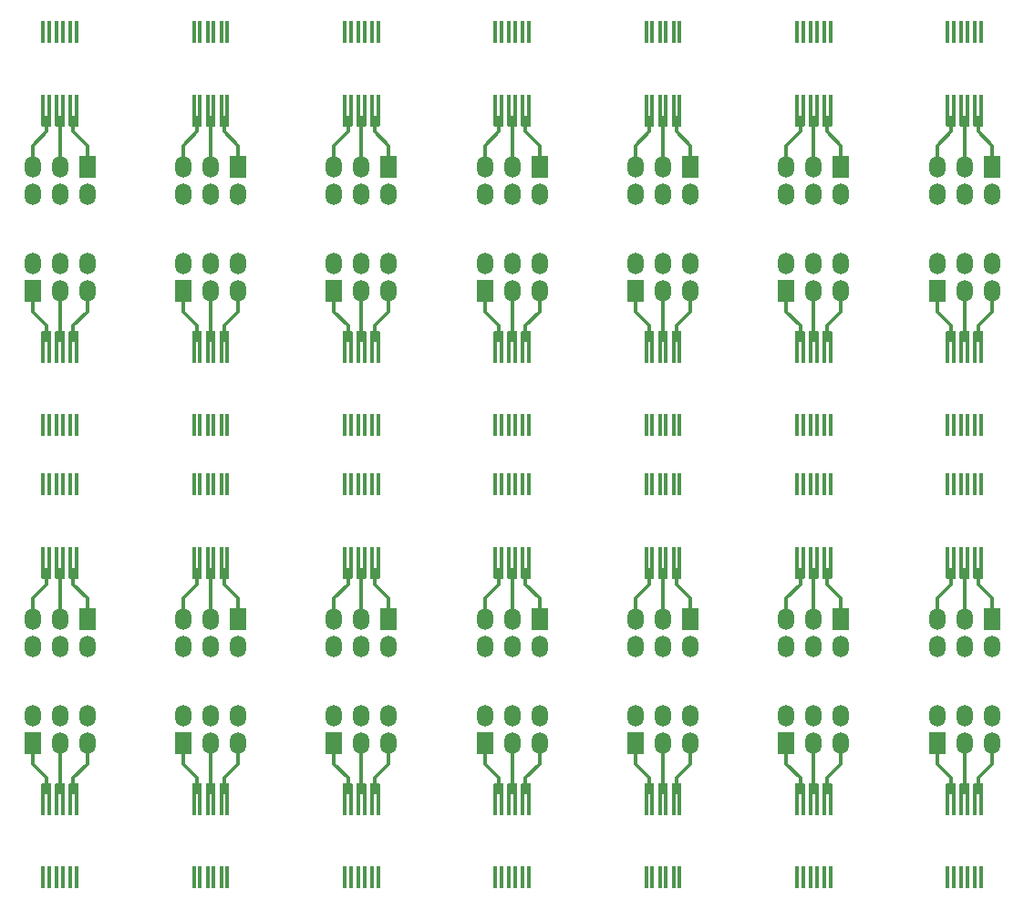
<source format=gtl>
G04 #@! TF.FileFunction,Copper,L1,Top,Signal*
%FSLAX46Y46*%
G04 Gerber Fmt 4.6, Leading zero omitted, Abs format (unit mm)*
G04 Created by KiCad (PCBNEW (2016-04-11 BZR 6687, Git f239aee)-product) date Tue 12 Apr 2016 02:23:05 PM CEST*
%MOMM*%
G01*
G04 APERTURE LIST*
%ADD10C,0.150000*%
%ADD11R,1.500000X2.000000*%
%ADD12O,1.500000X2.000000*%
%ADD13R,0.400000X2.000000*%
%ADD14R,0.400000X3.000000*%
%ADD15R,0.950000X1.000000*%
%ADD16C,0.304800*%
%ADD17C,0.203200*%
G04 APERTURE END LIST*
D10*
D11*
X54960001Y100230002D03*
D12*
X54960001Y102770002D03*
X57500001Y100230002D03*
X57500001Y102770002D03*
X60040001Y100230002D03*
X60040001Y102770002D03*
D13*
X59050001Y87750000D03*
X57780001Y87750000D03*
X57220001Y87750000D03*
X58490001Y87750000D03*
X56510001Y87750000D03*
X55950001Y87750000D03*
D14*
X56510001Y95000000D03*
X55950001Y95000000D03*
D15*
X56230001Y95995800D03*
D14*
X57780001Y95000000D03*
X57220001Y95000000D03*
D15*
X57500001Y95995800D03*
D14*
X58490001Y95000000D03*
X59050001Y95000000D03*
D15*
X58770001Y95995800D03*
D13*
X59050001Y45750000D03*
X57780001Y45750000D03*
X57220001Y45750000D03*
X58490001Y45750000D03*
X56510001Y45750000D03*
X55950001Y45750000D03*
D14*
X56510001Y53000000D03*
X55950001Y53000000D03*
D15*
X56230001Y53995800D03*
D14*
X57780001Y53000000D03*
X57220001Y53000000D03*
D15*
X57500001Y53995800D03*
D14*
X58490001Y53000000D03*
X59050001Y53000000D03*
D15*
X58770001Y53995800D03*
D11*
X54960001Y58230002D03*
D12*
X54960001Y60770002D03*
X57500001Y58230002D03*
X57500001Y60770002D03*
X60040001Y58230002D03*
X60040001Y60770002D03*
D11*
X60040000Y111770000D03*
D12*
X60040000Y109230000D03*
X57500000Y111770000D03*
X57500000Y109230000D03*
X54960000Y111770000D03*
X54960000Y109230000D03*
D13*
X55950000Y124250000D03*
X57220000Y124250000D03*
X57780000Y124250000D03*
X56510000Y124250000D03*
X58490000Y124250000D03*
X59050000Y124250000D03*
D14*
X58490000Y117000000D03*
X59050000Y117000000D03*
D15*
X58770000Y116004200D03*
D14*
X57220000Y117000000D03*
X57780000Y117000000D03*
D15*
X57500000Y116004200D03*
D14*
X56510000Y117000000D03*
X55950000Y117000000D03*
D15*
X56230000Y116004200D03*
D13*
X55950000Y82250000D03*
X57220000Y82250000D03*
X57780000Y82250000D03*
X56510000Y82250000D03*
X58490000Y82250000D03*
X59050000Y82250000D03*
D14*
X58490000Y75000000D03*
X59050000Y75000000D03*
D15*
X58770000Y74004200D03*
D14*
X57220000Y75000000D03*
X57780000Y75000000D03*
D15*
X57500000Y74004200D03*
D14*
X56510000Y75000000D03*
X55950000Y75000000D03*
D15*
X56230000Y74004200D03*
D11*
X60040000Y69770000D03*
D12*
X60040000Y67230000D03*
X57500000Y69770000D03*
X57500000Y67230000D03*
X54960000Y69770000D03*
X54960000Y67230000D03*
D11*
X82960001Y58230002D03*
D12*
X82960001Y60770002D03*
X85500001Y58230002D03*
X85500001Y60770002D03*
X88040001Y58230002D03*
X88040001Y60770002D03*
D11*
X68960001Y58230002D03*
D12*
X68960001Y60770002D03*
X71500001Y58230002D03*
X71500001Y60770002D03*
X74040001Y58230002D03*
X74040001Y60770002D03*
D13*
X87050001Y45750000D03*
X85780001Y45750000D03*
X85220001Y45750000D03*
X86490001Y45750000D03*
X84510001Y45750000D03*
X83950001Y45750000D03*
D14*
X84510001Y53000000D03*
X83950001Y53000000D03*
D15*
X84230001Y53995800D03*
D14*
X85780001Y53000000D03*
X85220001Y53000000D03*
D15*
X85500001Y53995800D03*
D14*
X86490001Y53000000D03*
X87050001Y53000000D03*
D15*
X86770001Y53995800D03*
D13*
X73050001Y45750000D03*
X71780001Y45750000D03*
X71220001Y45750000D03*
X72490001Y45750000D03*
X70510001Y45750000D03*
X69950001Y45750000D03*
D14*
X70510001Y53000000D03*
X69950001Y53000000D03*
D15*
X70230001Y53995800D03*
D14*
X71780001Y53000000D03*
X71220001Y53000000D03*
D15*
X71500001Y53995800D03*
D14*
X72490001Y53000000D03*
X73050001Y53000000D03*
D15*
X72770001Y53995800D03*
D11*
X68960001Y100230002D03*
D12*
X68960001Y102770002D03*
X71500001Y100230002D03*
X71500001Y102770002D03*
X74040001Y100230002D03*
X74040001Y102770002D03*
D11*
X74040000Y111770000D03*
D12*
X74040000Y109230000D03*
X71500000Y111770000D03*
X71500000Y109230000D03*
X68960000Y111770000D03*
X68960000Y109230000D03*
D13*
X83950000Y124250000D03*
X85220000Y124250000D03*
X85780000Y124250000D03*
X84510000Y124250000D03*
X86490000Y124250000D03*
X87050000Y124250000D03*
D14*
X86490000Y117000000D03*
X87050000Y117000000D03*
D15*
X86770000Y116004200D03*
D14*
X85220000Y117000000D03*
X85780000Y117000000D03*
D15*
X85500000Y116004200D03*
D14*
X84510000Y117000000D03*
X83950000Y117000000D03*
D15*
X84230000Y116004200D03*
D11*
X88040000Y111770000D03*
D12*
X88040000Y109230000D03*
X85500000Y111770000D03*
X85500000Y109230000D03*
X82960000Y111770000D03*
X82960000Y109230000D03*
D13*
X69950000Y124250000D03*
X71220000Y124250000D03*
X71780000Y124250000D03*
X70510000Y124250000D03*
X72490000Y124250000D03*
X73050000Y124250000D03*
D14*
X72490000Y117000000D03*
X73050000Y117000000D03*
D15*
X72770000Y116004200D03*
D14*
X71220000Y117000000D03*
X71780000Y117000000D03*
D15*
X71500000Y116004200D03*
D14*
X70510000Y117000000D03*
X69950000Y117000000D03*
D15*
X70230000Y116004200D03*
D11*
X88040000Y69770000D03*
D12*
X88040000Y67230000D03*
X85500000Y69770000D03*
X85500000Y67230000D03*
X82960000Y69770000D03*
X82960000Y67230000D03*
D13*
X69950000Y82250000D03*
X71220000Y82250000D03*
X71780000Y82250000D03*
X70510000Y82250000D03*
X72490000Y82250000D03*
X73050000Y82250000D03*
D14*
X72490000Y75000000D03*
X73050000Y75000000D03*
D15*
X72770000Y74004200D03*
D14*
X71220000Y75000000D03*
X71780000Y75000000D03*
D15*
X71500000Y74004200D03*
D14*
X70510000Y75000000D03*
X69950000Y75000000D03*
D15*
X70230000Y74004200D03*
D13*
X83950000Y82250000D03*
X85220000Y82250000D03*
X85780000Y82250000D03*
X84510000Y82250000D03*
X86490000Y82250000D03*
X87050000Y82250000D03*
D14*
X86490000Y75000000D03*
X87050000Y75000000D03*
D15*
X86770000Y74004200D03*
D14*
X85220000Y75000000D03*
X85780000Y75000000D03*
D15*
X85500000Y74004200D03*
D14*
X84510000Y75000000D03*
X83950000Y75000000D03*
D15*
X84230000Y74004200D03*
D11*
X74040000Y69770000D03*
D12*
X74040000Y67230000D03*
X71500000Y69770000D03*
X71500000Y67230000D03*
X68960000Y69770000D03*
X68960000Y67230000D03*
D11*
X82960001Y100230002D03*
D12*
X82960001Y102770002D03*
X85500001Y100230002D03*
X85500001Y102770002D03*
X88040001Y100230002D03*
X88040001Y102770002D03*
D13*
X87050001Y87750000D03*
X85780001Y87750000D03*
X85220001Y87750000D03*
X86490001Y87750000D03*
X84510001Y87750000D03*
X83950001Y87750000D03*
D14*
X84510001Y95000000D03*
X83950001Y95000000D03*
D15*
X84230001Y95995800D03*
D14*
X85780001Y95000000D03*
X85220001Y95000000D03*
D15*
X85500001Y95995800D03*
D14*
X86490001Y95000000D03*
X87050001Y95000000D03*
D15*
X86770001Y95995800D03*
D13*
X73050001Y87750000D03*
X71780001Y87750000D03*
X71220001Y87750000D03*
X72490001Y87750000D03*
X70510001Y87750000D03*
X69950001Y87750000D03*
D14*
X70510001Y95000000D03*
X69950001Y95000000D03*
D15*
X70230001Y95995800D03*
D14*
X71780001Y95000000D03*
X71220001Y95000000D03*
D15*
X71500001Y95995800D03*
D14*
X72490001Y95000000D03*
X73050001Y95000000D03*
D15*
X72770001Y95995800D03*
D11*
X116040000Y69770000D03*
D12*
X116040000Y67230000D03*
X113500000Y69770000D03*
X113500000Y67230000D03*
X110960000Y69770000D03*
X110960000Y67230000D03*
D13*
X111950000Y82250000D03*
X113220000Y82250000D03*
X113780000Y82250000D03*
X112510000Y82250000D03*
X114490000Y82250000D03*
X115050000Y82250000D03*
D14*
X114490000Y75000000D03*
X115050000Y75000000D03*
D15*
X114770000Y74004200D03*
D14*
X113220000Y75000000D03*
X113780000Y75000000D03*
D15*
X113500000Y74004200D03*
D14*
X112510000Y75000000D03*
X111950000Y75000000D03*
D15*
X112230000Y74004200D03*
D11*
X102040000Y69770000D03*
D12*
X102040000Y67230000D03*
X99500000Y69770000D03*
X99500000Y67230000D03*
X96960000Y69770000D03*
X96960000Y67230000D03*
D11*
X110960001Y58230002D03*
D12*
X110960001Y60770002D03*
X113500001Y58230002D03*
X113500001Y60770002D03*
X116040001Y58230002D03*
X116040001Y60770002D03*
D11*
X96960001Y58230002D03*
D12*
X96960001Y60770002D03*
X99500001Y58230002D03*
X99500001Y60770002D03*
X102040001Y58230002D03*
X102040001Y60770002D03*
D13*
X115050001Y45750000D03*
X113780001Y45750000D03*
X113220001Y45750000D03*
X114490001Y45750000D03*
X112510001Y45750000D03*
X111950001Y45750000D03*
D14*
X112510001Y53000000D03*
X111950001Y53000000D03*
D15*
X112230001Y53995800D03*
D14*
X113780001Y53000000D03*
X113220001Y53000000D03*
D15*
X113500001Y53995800D03*
D14*
X114490001Y53000000D03*
X115050001Y53000000D03*
D15*
X114770001Y53995800D03*
D13*
X101050001Y45750000D03*
X99780001Y45750000D03*
X99220001Y45750000D03*
X100490001Y45750000D03*
X98510001Y45750000D03*
X97950001Y45750000D03*
D14*
X98510001Y53000000D03*
X97950001Y53000000D03*
D15*
X98230001Y53995800D03*
D14*
X99780001Y53000000D03*
X99220001Y53000000D03*
D15*
X99500001Y53995800D03*
D14*
X100490001Y53000000D03*
X101050001Y53000000D03*
D15*
X100770001Y53995800D03*
D13*
X97950000Y82250000D03*
X99220000Y82250000D03*
X99780000Y82250000D03*
X98510000Y82250000D03*
X100490000Y82250000D03*
X101050000Y82250000D03*
D14*
X100490000Y75000000D03*
X101050000Y75000000D03*
D15*
X100770000Y74004200D03*
D14*
X99220000Y75000000D03*
X99780000Y75000000D03*
D15*
X99500000Y74004200D03*
D14*
X98510000Y75000000D03*
X97950000Y75000000D03*
D15*
X98230000Y74004200D03*
D13*
X111950000Y124250000D03*
X113220000Y124250000D03*
X113780000Y124250000D03*
X112510000Y124250000D03*
X114490000Y124250000D03*
X115050000Y124250000D03*
D14*
X114490000Y117000000D03*
X115050000Y117000000D03*
D15*
X114770000Y116004200D03*
D14*
X113220000Y117000000D03*
X113780000Y117000000D03*
D15*
X113500000Y116004200D03*
D14*
X112510000Y117000000D03*
X111950000Y117000000D03*
D15*
X112230000Y116004200D03*
D11*
X116040000Y111770000D03*
D12*
X116040000Y109230000D03*
X113500000Y111770000D03*
X113500000Y109230000D03*
X110960000Y111770000D03*
X110960000Y109230000D03*
D11*
X102040000Y111770000D03*
D12*
X102040000Y109230000D03*
X99500000Y111770000D03*
X99500000Y109230000D03*
X96960000Y111770000D03*
X96960000Y109230000D03*
D13*
X97950000Y124250000D03*
X99220000Y124250000D03*
X99780000Y124250000D03*
X98510000Y124250000D03*
X100490000Y124250000D03*
X101050000Y124250000D03*
D14*
X100490000Y117000000D03*
X101050000Y117000000D03*
D15*
X100770000Y116004200D03*
D14*
X99220000Y117000000D03*
X99780000Y117000000D03*
D15*
X99500000Y116004200D03*
D14*
X98510000Y117000000D03*
X97950000Y117000000D03*
D15*
X98230000Y116004200D03*
D11*
X110960001Y100230002D03*
D12*
X110960001Y102770002D03*
X113500001Y100230002D03*
X113500001Y102770002D03*
X116040001Y100230002D03*
X116040001Y102770002D03*
D13*
X115050001Y87750000D03*
X113780001Y87750000D03*
X113220001Y87750000D03*
X114490001Y87750000D03*
X112510001Y87750000D03*
X111950001Y87750000D03*
D14*
X112510001Y95000000D03*
X111950001Y95000000D03*
D15*
X112230001Y95995800D03*
D14*
X113780001Y95000000D03*
X113220001Y95000000D03*
D15*
X113500001Y95995800D03*
D14*
X114490001Y95000000D03*
X115050001Y95000000D03*
D15*
X114770001Y95995800D03*
D11*
X96960001Y100230002D03*
D12*
X96960001Y102770002D03*
X99500001Y100230002D03*
X99500001Y102770002D03*
X102040001Y100230002D03*
X102040001Y102770002D03*
D13*
X101050001Y87750000D03*
X99780001Y87750000D03*
X99220001Y87750000D03*
X100490001Y87750000D03*
X98510001Y87750000D03*
X97950001Y87750000D03*
D14*
X98510001Y95000000D03*
X97950001Y95000000D03*
D15*
X98230001Y95995800D03*
D14*
X99780001Y95000000D03*
X99220001Y95000000D03*
D15*
X99500001Y95995800D03*
D14*
X100490001Y95000000D03*
X101050001Y95000000D03*
D15*
X100770001Y95995800D03*
D11*
X40960001Y58230002D03*
D12*
X40960001Y60770002D03*
X43500001Y58230002D03*
X43500001Y60770002D03*
X46040001Y58230002D03*
X46040001Y60770002D03*
D13*
X45050001Y45750000D03*
X43780001Y45750000D03*
X43220001Y45750000D03*
X44490001Y45750000D03*
X42510001Y45750000D03*
X41950001Y45750000D03*
D14*
X42510001Y53000000D03*
X41950001Y53000000D03*
D15*
X42230001Y53995800D03*
D14*
X43780001Y53000000D03*
X43220001Y53000000D03*
D15*
X43500001Y53995800D03*
D14*
X44490001Y53000000D03*
X45050001Y53000000D03*
D15*
X44770001Y53995800D03*
D11*
X46040000Y69770000D03*
D12*
X46040000Y67230000D03*
X43500000Y69770000D03*
X43500000Y67230000D03*
X40960000Y69770000D03*
X40960000Y67230000D03*
D13*
X45050001Y87750000D03*
X43780001Y87750000D03*
X43220001Y87750000D03*
X44490001Y87750000D03*
X42510001Y87750000D03*
X41950001Y87750000D03*
D14*
X42510001Y95000000D03*
X41950001Y95000000D03*
D15*
X42230001Y95995800D03*
D14*
X43780001Y95000000D03*
X43220001Y95000000D03*
D15*
X43500001Y95995800D03*
D14*
X44490001Y95000000D03*
X45050001Y95000000D03*
D15*
X44770001Y95995800D03*
D13*
X41950000Y82250000D03*
X43220000Y82250000D03*
X43780000Y82250000D03*
X42510000Y82250000D03*
X44490000Y82250000D03*
X45050000Y82250000D03*
D14*
X44490000Y75000000D03*
X45050000Y75000000D03*
D15*
X44770000Y74004200D03*
D14*
X43220000Y75000000D03*
X43780000Y75000000D03*
D15*
X43500000Y74004200D03*
D14*
X42510000Y75000000D03*
X41950000Y75000000D03*
D15*
X42230000Y74004200D03*
D11*
X40960001Y100230002D03*
D12*
X40960001Y102770002D03*
X43500001Y100230002D03*
X43500001Y102770002D03*
X46040001Y100230002D03*
X46040001Y102770002D03*
D11*
X46040000Y111770000D03*
D12*
X46040000Y109230000D03*
X43500000Y111770000D03*
X43500000Y109230000D03*
X40960000Y111770000D03*
X40960000Y109230000D03*
D13*
X41950000Y124250000D03*
X43220000Y124250000D03*
X43780000Y124250000D03*
X42510000Y124250000D03*
X44490000Y124250000D03*
X45050000Y124250000D03*
D14*
X44490000Y117000000D03*
X45050000Y117000000D03*
D15*
X44770000Y116004200D03*
D14*
X43220000Y117000000D03*
X43780000Y117000000D03*
D15*
X43500000Y116004200D03*
D14*
X42510000Y117000000D03*
X41950000Y117000000D03*
D15*
X42230000Y116004200D03*
D11*
X32040000Y69770000D03*
D12*
X32040000Y67230000D03*
X29500000Y69770000D03*
X29500000Y67230000D03*
X26960000Y69770000D03*
X26960000Y67230000D03*
D13*
X27950000Y82250000D03*
X29220000Y82250000D03*
X29780000Y82250000D03*
X28510000Y82250000D03*
X30490000Y82250000D03*
X31050000Y82250000D03*
D14*
X30490000Y75000000D03*
X31050000Y75000000D03*
D15*
X30770000Y74004200D03*
D14*
X29220000Y75000000D03*
X29780000Y75000000D03*
D15*
X29500000Y74004200D03*
D14*
X28510000Y75000000D03*
X27950000Y75000000D03*
D15*
X28230000Y74004200D03*
D11*
X26960001Y58230002D03*
D12*
X26960001Y60770002D03*
X29500001Y58230002D03*
X29500001Y60770002D03*
X32040001Y58230002D03*
X32040001Y60770002D03*
D13*
X31050001Y45750000D03*
X29780001Y45750000D03*
X29220001Y45750000D03*
X30490001Y45750000D03*
X28510001Y45750000D03*
X27950001Y45750000D03*
D14*
X28510001Y53000000D03*
X27950001Y53000000D03*
D15*
X28230001Y53995800D03*
D14*
X29780001Y53000000D03*
X29220001Y53000000D03*
D15*
X29500001Y53995800D03*
D14*
X30490001Y53000000D03*
X31050001Y53000000D03*
D15*
X30770001Y53995800D03*
D13*
X27950000Y124250000D03*
X29220000Y124250000D03*
X29780000Y124250000D03*
X28510000Y124250000D03*
X30490000Y124250000D03*
X31050000Y124250000D03*
D14*
X30490000Y117000000D03*
X31050000Y117000000D03*
D15*
X30770000Y116004200D03*
D14*
X29220000Y117000000D03*
X29780000Y117000000D03*
D15*
X29500000Y116004200D03*
D14*
X28510000Y117000000D03*
X27950000Y117000000D03*
D15*
X28230000Y116004200D03*
D11*
X32040000Y111770000D03*
D12*
X32040000Y109230000D03*
X29500000Y111770000D03*
X29500000Y109230000D03*
X26960000Y111770000D03*
X26960000Y109230000D03*
D11*
X26960001Y100230002D03*
D12*
X26960001Y102770002D03*
X29500001Y100230002D03*
X29500001Y102770002D03*
X32040001Y100230002D03*
X32040001Y102770002D03*
D13*
X31050001Y87750000D03*
X29780001Y87750000D03*
X29220001Y87750000D03*
X30490001Y87750000D03*
X28510001Y87750000D03*
X27950001Y87750000D03*
D14*
X28510001Y95000000D03*
X27950001Y95000000D03*
D15*
X28230001Y95995800D03*
D14*
X29780001Y95000000D03*
X29220001Y95000000D03*
D15*
X29500001Y95995800D03*
D14*
X30490001Y95000000D03*
X31050001Y95000000D03*
D15*
X30770001Y95995800D03*
D16*
X58490000Y75000000D02*
X58490000Y74284200D01*
X59050000Y74284200D02*
X58770000Y74004200D01*
D17*
X58750000Y73984200D02*
X58770000Y74004200D01*
D16*
X59050000Y75000000D02*
X59050000Y74284200D01*
X58490000Y74284200D02*
X58770000Y74004200D01*
X58750000Y73000000D02*
X58750000Y73984200D01*
X60040000Y71710000D02*
X58750000Y73000000D01*
X60040000Y69770000D02*
X60040000Y71710000D01*
X60040000Y111770000D02*
X60040000Y113710000D01*
X58750000Y115000000D02*
X58750000Y115984200D01*
X60040000Y113710000D02*
X58750000Y115000000D01*
X58490000Y117000000D02*
X58490000Y116284200D01*
X58490000Y116284200D02*
X58770000Y116004200D01*
X59050000Y116284200D02*
X58770000Y116004200D01*
D17*
X58750000Y115984200D02*
X58770000Y116004200D01*
D16*
X59050000Y117000000D02*
X59050000Y116284200D01*
X56510002Y52999999D02*
X56510000Y53715799D01*
D17*
X56250001Y54015801D02*
X56230000Y53995800D01*
D16*
X55949998Y53000001D02*
X55950001Y53715802D01*
X55950001Y53715802D02*
X56230000Y53995800D01*
X56510000Y53715799D02*
X56230000Y53995800D01*
X56249998Y54999999D02*
X56250001Y54015801D01*
X54960000Y58230003D02*
X54960000Y56290000D01*
X54960000Y56290000D02*
X56249998Y54999999D01*
X55949998Y95000001D02*
X55950001Y95715802D01*
X56510000Y95715799D02*
X56230000Y95995800D01*
X56510002Y94999999D02*
X56510000Y95715799D01*
X55950001Y95715802D02*
X56230000Y95995800D01*
D17*
X56250001Y96015801D02*
X56230000Y95995800D01*
D16*
X56249998Y96999999D02*
X56250001Y96015801D01*
X54960000Y98290000D02*
X56249998Y96999999D01*
X54960000Y100230003D02*
X54960000Y98290000D01*
X72750000Y115000000D02*
X72750000Y115984200D01*
X74040000Y113710000D02*
X72750000Y115000000D01*
X74040000Y111770000D02*
X74040000Y113710000D01*
X86490000Y117000000D02*
X86490000Y116284200D01*
X86490000Y116284200D02*
X86770000Y116004200D01*
X87050000Y116284200D02*
X86770000Y116004200D01*
D17*
X86750000Y115984200D02*
X86770000Y116004200D01*
D16*
X87050000Y117000000D02*
X87050000Y116284200D01*
X86750000Y115000000D02*
X86750000Y115984200D01*
X88040000Y113710000D02*
X86750000Y115000000D01*
X88040000Y111770000D02*
X88040000Y113710000D01*
X72490000Y117000000D02*
X72490000Y116284200D01*
X73050000Y117000000D02*
X73050000Y116284200D01*
X73050000Y116284200D02*
X72770000Y116004200D01*
X72490000Y116284200D02*
X72770000Y116004200D01*
D17*
X72750000Y115984200D02*
X72770000Y116004200D01*
D16*
X68960000Y98290000D02*
X70249998Y96999999D01*
X70249998Y96999999D02*
X70250001Y96015801D01*
X68960000Y100230003D02*
X68960000Y98290000D01*
X84510000Y95715799D02*
X84230000Y95995800D01*
X83950001Y95715802D02*
X84230000Y95995800D01*
X83949998Y95000001D02*
X83950001Y95715802D01*
X84510002Y94999999D02*
X84510000Y95715799D01*
X84249998Y96999999D02*
X84250001Y96015801D01*
X82960000Y100230003D02*
X82960000Y98290000D01*
D17*
X84250001Y96015801D02*
X84230000Y95995800D01*
D16*
X82960000Y98290000D02*
X84249998Y96999999D01*
X69950001Y95715802D02*
X70230000Y95995800D01*
X70510000Y95715799D02*
X70230000Y95995800D01*
X69949998Y95000001D02*
X69950001Y95715802D01*
D17*
X70250001Y96015801D02*
X70230000Y95995800D01*
D16*
X70510002Y94999999D02*
X70510000Y95715799D01*
X72750000Y73000000D02*
X72750000Y73984200D01*
X74040000Y71710000D02*
X72750000Y73000000D01*
X74040000Y69770000D02*
X74040000Y71710000D01*
X72490000Y75000000D02*
X72490000Y74284200D01*
X72490000Y74284200D02*
X72770000Y74004200D01*
D17*
X72750000Y73984200D02*
X72770000Y74004200D01*
D16*
X73050000Y74284200D02*
X72770000Y74004200D01*
X73050000Y75000000D02*
X73050000Y74284200D01*
X87050000Y75000000D02*
X87050000Y74284200D01*
X86750000Y73000000D02*
X86750000Y73984200D01*
X88040000Y69770000D02*
X88040000Y71710000D01*
X86490000Y75000000D02*
X86490000Y74284200D01*
X86490000Y74284200D02*
X86770000Y74004200D01*
X87050000Y74284200D02*
X86770000Y74004200D01*
D17*
X86750000Y73984200D02*
X86770000Y74004200D01*
D16*
X88040000Y71710000D02*
X86750000Y73000000D01*
X84510002Y52999999D02*
X84510000Y53715799D01*
D17*
X84250001Y54015801D02*
X84230000Y53995800D01*
D16*
X83950001Y53715802D02*
X84230000Y53995800D01*
X84510000Y53715799D02*
X84230000Y53995800D01*
X83949998Y53000001D02*
X83950001Y53715802D01*
X84249998Y54999999D02*
X84250001Y54015801D01*
X82960000Y56290000D02*
X84249998Y54999999D01*
X82960000Y58230003D02*
X82960000Y56290000D01*
X70249998Y54999999D02*
X70250001Y54015801D01*
X68960000Y58230003D02*
X68960000Y56290000D01*
X68960000Y56290000D02*
X70249998Y54999999D01*
D17*
X70250001Y54015801D02*
X70230000Y53995800D01*
D16*
X69949998Y53000001D02*
X69950001Y53715802D01*
X70510002Y52999999D02*
X70510000Y53715799D01*
X70510000Y53715799D02*
X70230000Y53995800D01*
X69950001Y53715802D02*
X70230000Y53995800D01*
X110960000Y58230003D02*
X110960000Y56290000D01*
X112510002Y52999999D02*
X112510000Y53715799D01*
X112510000Y53715799D02*
X112230000Y53995800D01*
X111949998Y53000001D02*
X111950001Y53715802D01*
X112249998Y54999999D02*
X112250001Y54015801D01*
X110960000Y56290000D02*
X112249998Y54999999D01*
D17*
X112250001Y54015801D02*
X112230000Y53995800D01*
D16*
X111950001Y53715802D02*
X112230000Y53995800D01*
X98249998Y54999999D02*
X98250001Y54015801D01*
X96960000Y56290000D02*
X98249998Y54999999D01*
X96960000Y58230003D02*
X96960000Y56290000D01*
D17*
X98250001Y54015801D02*
X98230000Y53995800D01*
D16*
X97950001Y53715802D02*
X98230000Y53995800D01*
X97949998Y53000001D02*
X97950001Y53715802D01*
X98510002Y52999999D02*
X98510000Y53715799D01*
X98510000Y53715799D02*
X98230000Y53995800D01*
X115050000Y75000000D02*
X115050000Y74284200D01*
X114490000Y75000000D02*
X114490000Y74284200D01*
X114490000Y74284200D02*
X114770000Y74004200D01*
X115050000Y74284200D02*
X114770000Y74004200D01*
D17*
X114750000Y73984200D02*
X114770000Y74004200D01*
D16*
X116040000Y71710000D02*
X114750000Y73000000D01*
X116040000Y69770000D02*
X116040000Y71710000D01*
X114750000Y73000000D02*
X114750000Y73984200D01*
X114490000Y117000000D02*
X114490000Y116284200D01*
X115050000Y117000000D02*
X115050000Y116284200D01*
X114490000Y116284200D02*
X114770000Y116004200D01*
X115050000Y116284200D02*
X114770000Y116004200D01*
D17*
X114750000Y115984200D02*
X114770000Y116004200D01*
D16*
X114750000Y115000000D02*
X114750000Y115984200D01*
X116040000Y113710000D02*
X114750000Y115000000D01*
X116040000Y111770000D02*
X116040000Y113710000D01*
X100750000Y115000000D02*
X100750000Y115984200D01*
X102040000Y113710000D02*
X100750000Y115000000D01*
X102040000Y111770000D02*
X102040000Y113710000D01*
D17*
X100750000Y115984200D02*
X100770000Y116004200D01*
D16*
X100490000Y117000000D02*
X100490000Y116284200D01*
X101050000Y117000000D02*
X101050000Y116284200D01*
X101050000Y116284200D02*
X100770000Y116004200D01*
X100490000Y116284200D02*
X100770000Y116004200D01*
X112510000Y95715799D02*
X112230000Y95995800D01*
X111950001Y95715802D02*
X112230000Y95995800D01*
X111949998Y95000001D02*
X111950001Y95715802D01*
X112510002Y94999999D02*
X112510000Y95715799D01*
D17*
X112250001Y96015801D02*
X112230000Y95995800D01*
D16*
X110960000Y98290000D02*
X112249998Y96999999D01*
X110960000Y100230003D02*
X110960000Y98290000D01*
X112249998Y96999999D02*
X112250001Y96015801D01*
X100490000Y75000000D02*
X100490000Y74284200D01*
X101050000Y74284200D02*
X100770000Y74004200D01*
X101050000Y75000000D02*
X101050000Y74284200D01*
X102040000Y71710000D02*
X100750000Y73000000D01*
X102040000Y69770000D02*
X102040000Y71710000D01*
X100490000Y74284200D02*
X100770000Y74004200D01*
X100750000Y73000000D02*
X100750000Y73984200D01*
D17*
X100750000Y73984200D02*
X100770000Y74004200D01*
D16*
X97950001Y95715802D02*
X98230000Y95995800D01*
X98510000Y95715799D02*
X98230000Y95995800D01*
X98510002Y94999999D02*
X98510000Y95715799D01*
X97949998Y95000001D02*
X97950001Y95715802D01*
D17*
X98250001Y96015801D02*
X98230000Y95995800D01*
D16*
X98249998Y96999999D02*
X98250001Y96015801D01*
X96960000Y100230003D02*
X96960000Y98290000D01*
X96960000Y98290000D02*
X98249998Y96999999D01*
X45050000Y117000000D02*
X45050000Y116284200D01*
X44490000Y117000000D02*
X44490000Y116284200D01*
X45050000Y116284200D02*
X44770000Y116004200D01*
X44490000Y116284200D02*
X44770000Y116004200D01*
X44490000Y75000000D02*
X44490000Y74284200D01*
X45050000Y75000000D02*
X45050000Y74284200D01*
X45050000Y74284200D02*
X44770000Y74004200D01*
D17*
X44750000Y73984200D02*
X44770000Y74004200D01*
D16*
X44490000Y74284200D02*
X44770000Y74004200D01*
X44750000Y73000000D02*
X44750000Y73984200D01*
X46040000Y71710000D02*
X44750000Y73000000D01*
X46040000Y69770000D02*
X46040000Y71710000D01*
X42249998Y54999999D02*
X42250001Y54015801D01*
D17*
X42250001Y54015801D02*
X42230000Y53995800D01*
D16*
X41949998Y53000001D02*
X41950001Y53715802D01*
X42510000Y53715799D02*
X42230000Y53995800D01*
X41950001Y53715802D02*
X42230000Y53995800D01*
X42510002Y52999999D02*
X42510000Y53715799D01*
X40960000Y58230003D02*
X40960000Y56290000D01*
X40960000Y56290000D02*
X42249998Y54999999D01*
X40960000Y100230003D02*
X40960000Y98290000D01*
X42249998Y96999999D02*
X42250001Y96015801D01*
X40960000Y98290000D02*
X42249998Y96999999D01*
X46040000Y113710000D02*
X44750000Y115000000D01*
X44750000Y115000000D02*
X44750000Y115984200D01*
D17*
X44750000Y115984200D02*
X44770000Y116004200D01*
D16*
X46040000Y111770000D02*
X46040000Y113710000D01*
X42510000Y95715799D02*
X42230000Y95995800D01*
X41950001Y95715802D02*
X42230000Y95995800D01*
X42510002Y94999999D02*
X42510000Y95715799D01*
X41949998Y95000001D02*
X41950001Y95715802D01*
D17*
X42250001Y96015801D02*
X42230000Y95995800D01*
D16*
X26960000Y56290000D02*
X28249998Y54999999D01*
X28249998Y54999999D02*
X28250001Y54015801D01*
X26960000Y58230003D02*
X26960000Y56290000D01*
X28510002Y52999999D02*
X28510000Y53715799D01*
X27949998Y53000001D02*
X27950001Y53715802D01*
X27950001Y53715802D02*
X28230000Y53995800D01*
D17*
X28250001Y54015801D02*
X28230000Y53995800D01*
D16*
X28510000Y53715799D02*
X28230000Y53995800D01*
X32040000Y69770000D02*
X32040000Y71710000D01*
X32040000Y71710000D02*
X30750000Y73000000D01*
X31050000Y74284200D02*
X30770000Y74004200D01*
D17*
X30750000Y73984200D02*
X30770000Y74004200D01*
D16*
X30490000Y74284200D02*
X30770000Y74004200D01*
X30750000Y73000000D02*
X30750000Y73984200D01*
X31050000Y75000000D02*
X31050000Y74284200D01*
X30490000Y75000000D02*
X30490000Y74284200D01*
X26960000Y100230003D02*
X26960000Y98290000D01*
X28249998Y96999999D02*
X28250001Y96015801D01*
X26960000Y98290000D02*
X28249998Y96999999D01*
X28510002Y94999999D02*
X28510000Y95715799D01*
X28510000Y95715799D02*
X28230000Y95995800D01*
D17*
X28250001Y96015801D02*
X28230000Y95995800D01*
D16*
X27950001Y95715802D02*
X28230000Y95995800D01*
X27949998Y95000001D02*
X27950001Y95715802D01*
X32040000Y111770000D02*
X32040000Y113710000D01*
X32040000Y113710000D02*
X30750000Y115000000D01*
X30490000Y116284200D02*
X30770000Y116004200D01*
X31050000Y116284200D02*
X30770000Y116004200D01*
X30750000Y115000000D02*
X30750000Y115984200D01*
D17*
X30750000Y115984200D02*
X30770000Y116004200D01*
D16*
X30490000Y117000000D02*
X30490000Y116284200D01*
X31050000Y117000000D02*
X31050000Y116284200D01*
X55950000Y75000000D02*
X55950000Y74284200D01*
X56250000Y73000000D02*
X56250000Y73984200D01*
X55950000Y74284200D02*
X56230000Y74004200D01*
X56510000Y75000000D02*
X56510000Y74284200D01*
D17*
X56250000Y73984200D02*
X56230000Y74004200D01*
D16*
X56510000Y74284200D02*
X56230000Y74004200D01*
X54960000Y71710000D02*
X56250000Y73000000D01*
X54960000Y69770000D02*
X54960000Y71710000D01*
X55950000Y117000000D02*
X55950000Y116284200D01*
X55950000Y116284200D02*
X56230000Y116004200D01*
X56510000Y117000000D02*
X56510000Y116284200D01*
X56510000Y116284200D02*
X56230000Y116004200D01*
D17*
X56250000Y115984200D02*
X56230000Y116004200D01*
D16*
X54960000Y113710000D02*
X56250000Y115000000D01*
X54960000Y111770000D02*
X54960000Y113710000D01*
X56250000Y115000000D02*
X56250000Y115984200D01*
X60040001Y56289998D02*
X58750000Y54999999D01*
X58750000Y54999999D02*
X58749997Y54015801D01*
X60040000Y58230000D02*
X60040001Y56289998D01*
X58490000Y53000000D02*
X58490003Y53715800D01*
X58490003Y53715800D02*
X58769999Y53995800D01*
X59050002Y53000001D02*
X59049998Y53715801D01*
X59049998Y53715801D02*
X58769999Y53995800D01*
D17*
X58749997Y54015801D02*
X58769999Y53995800D01*
X58749997Y96015801D02*
X58769999Y95995800D01*
D16*
X58750000Y96999999D02*
X58749997Y96015801D01*
X60040001Y98289998D02*
X58750000Y96999999D01*
X60040000Y100230000D02*
X60040001Y98289998D01*
X58490000Y95000000D02*
X58490003Y95715800D01*
X59049998Y95715801D02*
X58769999Y95995800D01*
X59050002Y95000001D02*
X59049998Y95715801D01*
X58490003Y95715800D02*
X58769999Y95995800D01*
X82960000Y113710000D02*
X84250000Y115000000D01*
X84250000Y115000000D02*
X84250000Y115984200D01*
X82960000Y111770000D02*
X82960000Y113710000D01*
X70250000Y115000000D02*
X70250000Y115984200D01*
X68960000Y113710000D02*
X70250000Y115000000D01*
X68960000Y111770000D02*
X68960000Y113710000D01*
X69950000Y117000000D02*
X69950000Y116284200D01*
X69950000Y116284200D02*
X70230000Y116004200D01*
X70510000Y117000000D02*
X70510000Y116284200D01*
D17*
X70250000Y115984200D02*
X70230000Y116004200D01*
D16*
X70510000Y116284200D02*
X70230000Y116004200D01*
D17*
X84250000Y115984200D02*
X84230000Y116004200D01*
D16*
X84510000Y116284200D02*
X84230000Y116004200D01*
X83950000Y117000000D02*
X83950000Y116284200D01*
X84510000Y117000000D02*
X84510000Y116284200D01*
X83950000Y116284200D02*
X84230000Y116004200D01*
X74040000Y100230000D02*
X74040001Y98289998D01*
X74040001Y98289998D02*
X72750000Y96999999D01*
X72750000Y96999999D02*
X72749997Y96015801D01*
X88040000Y100230000D02*
X88040001Y98289998D01*
X88040001Y98289998D02*
X86750000Y96999999D01*
X86750000Y96999999D02*
X86749997Y96015801D01*
D17*
X86749997Y96015801D02*
X86769999Y95995800D01*
D16*
X86490003Y95715800D02*
X86769999Y95995800D01*
X87050002Y95000001D02*
X87049998Y95715801D01*
X87049998Y95715801D02*
X86769999Y95995800D01*
X86490000Y95000000D02*
X86490003Y95715800D01*
X73050002Y95000001D02*
X73049998Y95715801D01*
X73049998Y95715801D02*
X72769999Y95995800D01*
X72490000Y95000000D02*
X72490003Y95715800D01*
D17*
X72749997Y96015801D02*
X72769999Y95995800D01*
D16*
X72490003Y95715800D02*
X72769999Y95995800D01*
X68960000Y71710000D02*
X70250000Y73000000D01*
X70250000Y73000000D02*
X70250000Y73984200D01*
X68960000Y69770000D02*
X68960000Y71710000D01*
D17*
X70250000Y73984200D02*
X70230000Y74004200D01*
D16*
X70510000Y75000000D02*
X70510000Y74284200D01*
X70510000Y74284200D02*
X70230000Y74004200D01*
X69950000Y74284200D02*
X70230000Y74004200D01*
X69950000Y75000000D02*
X69950000Y74284200D01*
X84510000Y75000000D02*
X84510000Y74284200D01*
X83950000Y74284200D02*
X84230000Y74004200D01*
X83950000Y75000000D02*
X83950000Y74284200D01*
D17*
X84250000Y73984200D02*
X84230000Y74004200D01*
D16*
X84510000Y74284200D02*
X84230000Y74004200D01*
X84250000Y73000000D02*
X84250000Y73984200D01*
X82960000Y71710000D02*
X84250000Y73000000D01*
X82960000Y69770000D02*
X82960000Y71710000D01*
X87049998Y53715801D02*
X86769999Y53995800D01*
X87050002Y53000001D02*
X87049998Y53715801D01*
X86490000Y53000000D02*
X86490003Y53715800D01*
X86490003Y53715800D02*
X86769999Y53995800D01*
D17*
X86749997Y54015801D02*
X86769999Y53995800D01*
D16*
X86750000Y54999999D02*
X86749997Y54015801D01*
X88040000Y58230000D02*
X88040001Y56289998D01*
X88040001Y56289998D02*
X86750000Y54999999D01*
X74040000Y58230000D02*
X74040001Y56289998D01*
X74040001Y56289998D02*
X72750000Y54999999D01*
X72750000Y54999999D02*
X72749997Y54015801D01*
X73049998Y53715801D02*
X72769999Y53995800D01*
X73050002Y53000001D02*
X73049998Y53715801D01*
X72490003Y53715800D02*
X72769999Y53995800D01*
D17*
X72749997Y54015801D02*
X72769999Y53995800D01*
D16*
X72490000Y53000000D02*
X72490003Y53715800D01*
X114750000Y54999999D02*
X114749997Y54015801D01*
X116040000Y58230000D02*
X116040001Y56289998D01*
X116040001Y56289998D02*
X114750000Y54999999D01*
X115049998Y53715801D02*
X114769999Y53995800D01*
X115050002Y53000001D02*
X115049998Y53715801D01*
X114490003Y53715800D02*
X114769999Y53995800D01*
X114490000Y53000000D02*
X114490003Y53715800D01*
D17*
X114749997Y54015801D02*
X114769999Y53995800D01*
D16*
X102040001Y56289998D02*
X100750000Y54999999D01*
X100750000Y54999999D02*
X100749997Y54015801D01*
X102040000Y58230000D02*
X102040001Y56289998D01*
X101049998Y53715801D02*
X100769999Y53995800D01*
X100490000Y53000000D02*
X100490003Y53715800D01*
X101050002Y53000001D02*
X101049998Y53715801D01*
X100490003Y53715800D02*
X100769999Y53995800D01*
D17*
X100749997Y54015801D02*
X100769999Y53995800D01*
D16*
X112510000Y75000000D02*
X112510000Y74284200D01*
D17*
X112250000Y73984200D02*
X112230000Y74004200D01*
D16*
X111950000Y74284200D02*
X112230000Y74004200D01*
X111950000Y75000000D02*
X111950000Y74284200D01*
X112510000Y74284200D02*
X112230000Y74004200D01*
X112250000Y73000000D02*
X112250000Y73984200D01*
X110960000Y69770000D02*
X110960000Y71710000D01*
X110960000Y71710000D02*
X112250000Y73000000D01*
X97950000Y117000000D02*
X97950000Y116284200D01*
X98510000Y117000000D02*
X98510000Y116284200D01*
X97950000Y116284200D02*
X98230000Y116004200D01*
X98510000Y116284200D02*
X98230000Y116004200D01*
X98250000Y115000000D02*
X98250000Y115984200D01*
X96960000Y113710000D02*
X98250000Y115000000D01*
D17*
X98250000Y115984200D02*
X98230000Y116004200D01*
D16*
X110960000Y111770000D02*
X110960000Y113710000D01*
X112250000Y115000000D02*
X112250000Y115984200D01*
X110960000Y113710000D02*
X112250000Y115000000D01*
D17*
X112250000Y115984200D02*
X112230000Y116004200D01*
D16*
X112510000Y116284200D02*
X112230000Y116004200D01*
X111950000Y117000000D02*
X111950000Y116284200D01*
X112510000Y117000000D02*
X112510000Y116284200D01*
X111950000Y116284200D02*
X112230000Y116004200D01*
X96960000Y111770000D02*
X96960000Y113710000D01*
X116040000Y100230000D02*
X116040001Y98289998D01*
X114750000Y96999999D02*
X114749997Y96015801D01*
X116040001Y98289998D02*
X114750000Y96999999D01*
D17*
X114749997Y96015801D02*
X114769999Y95995800D01*
D16*
X114490000Y95000000D02*
X114490003Y95715800D01*
X114490003Y95715800D02*
X114769999Y95995800D01*
X115050002Y95000001D02*
X115049998Y95715801D01*
X115049998Y95715801D02*
X114769999Y95995800D01*
D17*
X98250000Y73984200D02*
X98230000Y74004200D01*
D16*
X98510000Y74284200D02*
X98230000Y74004200D01*
X97950000Y74284200D02*
X98230000Y74004200D01*
X97950000Y75000000D02*
X97950000Y74284200D01*
X98510000Y75000000D02*
X98510000Y74284200D01*
X96960000Y71710000D02*
X98250000Y73000000D01*
X98250000Y73000000D02*
X98250000Y73984200D01*
X96960000Y69770000D02*
X96960000Y71710000D01*
X101050002Y95000001D02*
X101049998Y95715801D01*
X100490000Y95000000D02*
X100490003Y95715800D01*
X102040000Y100230000D02*
X102040001Y98289998D01*
X101049998Y95715801D02*
X100769999Y95995800D01*
X102040001Y98289998D02*
X100750000Y96999999D01*
D17*
X100749997Y96015801D02*
X100769999Y95995800D01*
D16*
X100750000Y96999999D02*
X100749997Y96015801D01*
X100490003Y95715800D02*
X100769999Y95995800D01*
X42510000Y116284200D02*
X42230000Y116004200D01*
X41950000Y116284200D02*
X42230000Y116004200D01*
X42510000Y117000000D02*
X42510000Y116284200D01*
X41950000Y117000000D02*
X41950000Y116284200D01*
X40960000Y71710000D02*
X42250000Y73000000D01*
X40960000Y69770000D02*
X40960000Y71710000D01*
X42250000Y73000000D02*
X42250000Y73984200D01*
X41950000Y74284200D02*
X42230000Y74004200D01*
X44490003Y53715800D02*
X44769999Y53995800D01*
D17*
X44749997Y54015801D02*
X44769999Y53995800D01*
D16*
X45050002Y53000001D02*
X45049998Y53715801D01*
X44490000Y53000000D02*
X44490003Y53715800D01*
X45049998Y53715801D02*
X44769999Y53995800D01*
X44750000Y54999999D02*
X44749997Y54015801D01*
X46040000Y58230000D02*
X46040001Y56289998D01*
X46040001Y56289998D02*
X44750000Y54999999D01*
X42510000Y75000000D02*
X42510000Y74284200D01*
X42510000Y74284200D02*
X42230000Y74004200D01*
X41950000Y75000000D02*
X41950000Y74284200D01*
D17*
X42250000Y73984200D02*
X42230000Y74004200D01*
D16*
X46040001Y98289998D02*
X44750000Y96999999D01*
X44750000Y96999999D02*
X44749997Y96015801D01*
X46040000Y100230000D02*
X46040001Y98289998D01*
X42250000Y115000000D02*
X42250000Y115984200D01*
X40960000Y111770000D02*
X40960000Y113710000D01*
D17*
X42250000Y115984200D02*
X42230000Y116004200D01*
D16*
X40960000Y113710000D02*
X42250000Y115000000D01*
X45049998Y95715801D02*
X44769999Y95995800D01*
D17*
X44749997Y96015801D02*
X44769999Y95995800D01*
D16*
X44490003Y95715800D02*
X44769999Y95995800D01*
X44490000Y95000000D02*
X44490003Y95715800D01*
X45050002Y95000001D02*
X45049998Y95715801D01*
X32040000Y58230000D02*
X32040001Y56289998D01*
X31050002Y53000001D02*
X31049998Y53715801D01*
X30490000Y53000000D02*
X30490003Y53715800D01*
X32040001Y56289998D02*
X30750000Y54999999D01*
X31049998Y53715801D02*
X30769999Y53995800D01*
X30750000Y54999999D02*
X30749997Y54015801D01*
D17*
X30749997Y54015801D02*
X30769999Y53995800D01*
D16*
X30490003Y53715800D02*
X30769999Y53995800D01*
X26960000Y71710000D02*
X28250000Y73000000D01*
X28250000Y73000000D02*
X28250000Y73984200D01*
X26960000Y69770000D02*
X26960000Y71710000D01*
X27950000Y75000000D02*
X27950000Y74284200D01*
X28510000Y74284200D02*
X28230000Y74004200D01*
D17*
X28250000Y73984200D02*
X28230000Y74004200D01*
D16*
X28510000Y75000000D02*
X28510000Y74284200D01*
X27950000Y74284200D02*
X28230000Y74004200D01*
X32040001Y98289998D02*
X30750000Y96999999D01*
X32040000Y100230000D02*
X32040001Y98289998D01*
X30750000Y96999999D02*
X30749997Y96015801D01*
D17*
X30749997Y96015801D02*
X30769999Y95995800D01*
D16*
X30490000Y95000000D02*
X30490003Y95715800D01*
X30490003Y95715800D02*
X30769999Y95995800D01*
X31050002Y95000001D02*
X31049998Y95715801D01*
X31049998Y95715801D02*
X30769999Y95995800D01*
X28510000Y116284200D02*
X28230000Y116004200D01*
D17*
X28250000Y115984200D02*
X28230000Y116004200D01*
D16*
X27950000Y117000000D02*
X27950000Y116284200D01*
X28510000Y117000000D02*
X28510000Y116284200D01*
X27950000Y116284200D02*
X28230000Y116004200D01*
X28250000Y115000000D02*
X28250000Y115984200D01*
X26960000Y113710000D02*
X28250000Y115000000D01*
X26960000Y111770000D02*
X26960000Y113710000D01*
X57780000Y74284200D02*
X57500000Y74004200D01*
X57780000Y75000000D02*
X57780000Y74284200D01*
X57220000Y74284200D02*
X57500000Y74004200D01*
X57220000Y75000000D02*
X57220000Y74284200D01*
X57500000Y74004200D02*
X57500000Y69770000D01*
X57780000Y117000000D02*
X57780000Y116284200D01*
X57220000Y116284200D02*
X57500000Y116004200D01*
X57780000Y116284200D02*
X57500000Y116004200D01*
X57220000Y117000000D02*
X57220000Y116284200D01*
X57500000Y116004200D02*
X57500000Y111770000D01*
X57779999Y53715801D02*
X57500001Y53995798D01*
X57220000Y53000000D02*
X57219998Y53715800D01*
X57780000Y53000000D02*
X57779999Y53715801D01*
X57219998Y53715800D02*
X57500001Y53995798D01*
X57500001Y53995798D02*
X57500002Y58230000D01*
X57500001Y95995798D02*
X57500002Y100230000D01*
X57779999Y95715801D02*
X57500001Y95995798D01*
X57220000Y95000000D02*
X57219998Y95715800D01*
X57780000Y95000000D02*
X57779999Y95715801D01*
X57219998Y95715800D02*
X57500001Y95995798D01*
X85220000Y116284200D02*
X85500000Y116004200D01*
X71500000Y116004200D02*
X71500000Y111770000D01*
X85780000Y116284200D02*
X85500000Y116004200D01*
X85780000Y117000000D02*
X85780000Y116284200D01*
X85500000Y116004200D02*
X85500000Y111770000D01*
X71220000Y117000000D02*
X71220000Y116284200D01*
X71220000Y116284200D02*
X71500000Y116004200D01*
X85220000Y117000000D02*
X85220000Y116284200D01*
X71780000Y117000000D02*
X71780000Y116284200D01*
X71780000Y116284200D02*
X71500000Y116004200D01*
X71500001Y95995798D02*
X71500002Y100230000D01*
X85780000Y95000000D02*
X85779999Y95715801D01*
X85219998Y95715800D02*
X85500001Y95995798D01*
X85779999Y95715801D02*
X85500001Y95995798D01*
X85220000Y95000000D02*
X85219998Y95715800D01*
X85500001Y95995798D02*
X85500002Y100230000D01*
X71780000Y95000000D02*
X71779999Y95715801D01*
X71219998Y95715800D02*
X71500001Y95995798D01*
X71779999Y95715801D02*
X71500001Y95995798D01*
X71220000Y95000000D02*
X71219998Y95715800D01*
X85220000Y74284200D02*
X85500000Y74004200D01*
X85780000Y74284200D02*
X85500000Y74004200D01*
X85220000Y75000000D02*
X85220000Y74284200D01*
X85780000Y75000000D02*
X85780000Y74284200D01*
X71500000Y74004200D02*
X71500000Y69770000D01*
X71220000Y75000000D02*
X71220000Y74284200D01*
X71220000Y74284200D02*
X71500000Y74004200D01*
X71780000Y74284200D02*
X71500000Y74004200D01*
X71780000Y75000000D02*
X71780000Y74284200D01*
X85500000Y74004200D02*
X85500000Y69770000D01*
X85779999Y53715801D02*
X85500001Y53995798D01*
X85780000Y53000000D02*
X85779999Y53715801D01*
X85220000Y53000000D02*
X85219998Y53715800D01*
X85219998Y53715800D02*
X85500001Y53995798D01*
X85500001Y53995798D02*
X85500002Y58230000D01*
X71500001Y53995798D02*
X71500002Y58230000D01*
X71220000Y53000000D02*
X71219998Y53715800D01*
X71219998Y53715800D02*
X71500001Y53995798D01*
X71779999Y53715801D02*
X71500001Y53995798D01*
X71780000Y53000000D02*
X71779999Y53715801D01*
X113500001Y53995798D02*
X113500002Y58230000D01*
X113780000Y53000000D02*
X113779999Y53715801D01*
X113779999Y53715801D02*
X113500001Y53995798D01*
X113220000Y53000000D02*
X113219998Y53715800D01*
X113219998Y53715800D02*
X113500001Y53995798D01*
X99500001Y53995798D02*
X99500002Y58230000D01*
X99780000Y53000000D02*
X99779999Y53715801D01*
X99220000Y53000000D02*
X99219998Y53715800D01*
X99219998Y53715800D02*
X99500001Y53995798D01*
X99779999Y53715801D02*
X99500001Y53995798D01*
X113220000Y75000000D02*
X113220000Y74284200D01*
X113780000Y75000000D02*
X113780000Y74284200D01*
X113500000Y74004200D02*
X113500000Y69770000D01*
X113220000Y74284200D02*
X113500000Y74004200D01*
X113780000Y74284200D02*
X113500000Y74004200D01*
X99780000Y117000000D02*
X99780000Y116284200D01*
X99220000Y116284200D02*
X99500000Y116004200D01*
X99220000Y117000000D02*
X99220000Y116284200D01*
X99780000Y116284200D02*
X99500000Y116004200D01*
X113780000Y116284200D02*
X113500000Y116004200D01*
X113780000Y117000000D02*
X113780000Y116284200D01*
X113500000Y116004200D02*
X113500000Y111770000D01*
X113220000Y117000000D02*
X113220000Y116284200D01*
X113220000Y116284200D02*
X113500000Y116004200D01*
X99500000Y116004200D02*
X99500000Y111770000D01*
X113780000Y95000000D02*
X113779999Y95715801D01*
X113220000Y95000000D02*
X113219998Y95715800D01*
X113219998Y95715800D02*
X113500001Y95995798D01*
X113779999Y95715801D02*
X113500001Y95995798D01*
X113500001Y95995798D02*
X113500002Y100230000D01*
X99220000Y75000000D02*
X99220000Y74284200D01*
X99780000Y75000000D02*
X99780000Y74284200D01*
X99500000Y74004200D02*
X99500000Y69770000D01*
X99220000Y74284200D02*
X99500000Y74004200D01*
X99780000Y74284200D02*
X99500000Y74004200D01*
X99219998Y95715800D02*
X99500001Y95995798D01*
X99779999Y95715801D02*
X99500001Y95995798D01*
X99220000Y95000000D02*
X99219998Y95715800D01*
X99780000Y95000000D02*
X99779999Y95715801D01*
X99500001Y95995798D02*
X99500002Y100230000D01*
X43780000Y116284200D02*
X43500000Y116004200D01*
X43500000Y116004200D02*
X43500000Y111770000D01*
X43220000Y116284200D02*
X43500000Y116004200D01*
X43780000Y117000000D02*
X43780000Y116284200D01*
X43220000Y117000000D02*
X43220000Y116284200D01*
X43500000Y74004200D02*
X43500000Y69770000D01*
X43220000Y53000000D02*
X43219998Y53715800D01*
X43780000Y53000000D02*
X43779999Y53715801D01*
X43779999Y53715801D02*
X43500001Y53995798D01*
X43219998Y53715800D02*
X43500001Y53995798D01*
X43500001Y53995798D02*
X43500002Y58230000D01*
X43780000Y75000000D02*
X43780000Y74284200D01*
X43220000Y75000000D02*
X43220000Y74284200D01*
X43220000Y74284200D02*
X43500000Y74004200D01*
X43780000Y74284200D02*
X43500000Y74004200D01*
X43780000Y95000000D02*
X43779999Y95715801D01*
X43219998Y95715800D02*
X43500001Y95995798D01*
X43220000Y95000000D02*
X43219998Y95715800D01*
X43779999Y95715801D02*
X43500001Y95995798D01*
X43500001Y95995798D02*
X43500002Y100230000D01*
X29500001Y53995798D02*
X29500002Y58230000D01*
X29220000Y53000000D02*
X29219998Y53715800D01*
X29779999Y53715801D02*
X29500001Y53995798D01*
X29780000Y53000000D02*
X29779999Y53715801D01*
X29219998Y53715800D02*
X29500001Y53995798D01*
X29500000Y74004200D02*
X29500000Y69770000D01*
X29780000Y75000000D02*
X29780000Y74284200D01*
X29220000Y74284200D02*
X29500000Y74004200D01*
X29780000Y74284200D02*
X29500000Y74004200D01*
X29220000Y75000000D02*
X29220000Y74284200D01*
X29779999Y95715801D02*
X29500001Y95995798D01*
X29219998Y95715800D02*
X29500001Y95995798D01*
X29500001Y95995798D02*
X29500002Y100230000D01*
X29780000Y95000000D02*
X29779999Y95715801D01*
X29220000Y95000000D02*
X29219998Y95715800D01*
X29220000Y117000000D02*
X29220000Y116284200D01*
X29220000Y116284200D02*
X29500000Y116004200D01*
X29780000Y116284200D02*
X29500000Y116004200D01*
X29780000Y117000000D02*
X29780000Y116284200D01*
X29500000Y116004200D02*
X29500000Y111770000D01*
M02*

</source>
